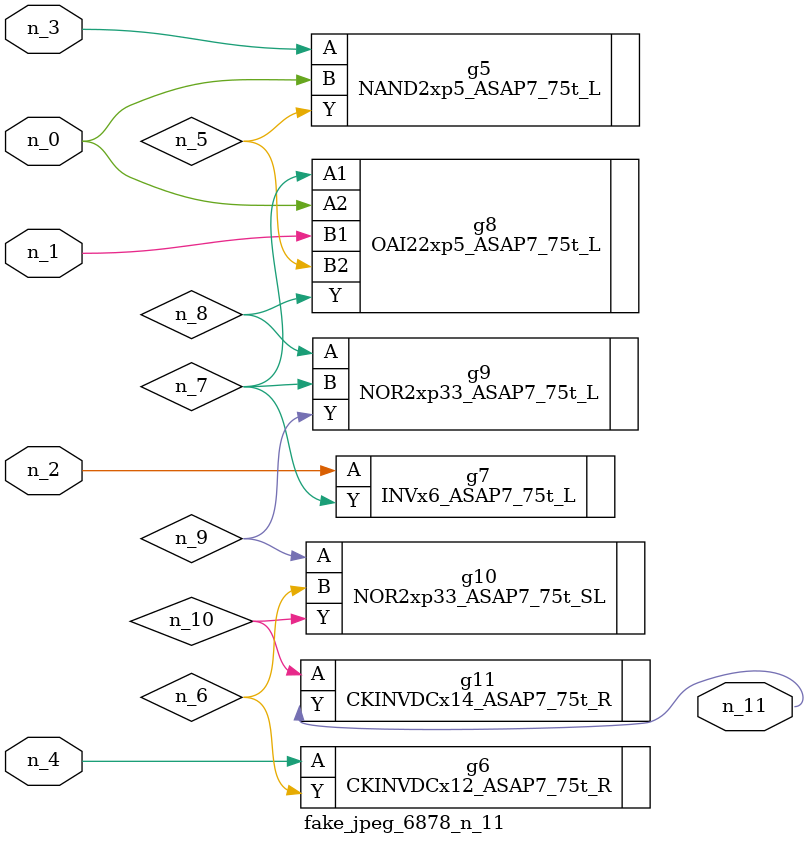
<source format=v>
module fake_jpeg_6878_n_11 (n_3, n_2, n_1, n_0, n_4, n_11);

input n_3;
input n_2;
input n_1;
input n_0;
input n_4;

output n_11;

wire n_10;
wire n_8;
wire n_9;
wire n_6;
wire n_5;
wire n_7;

NAND2xp5_ASAP7_75t_L g5 ( 
.A(n_3),
.B(n_0),
.Y(n_5)
);

CKINVDCx12_ASAP7_75t_R g6 ( 
.A(n_4),
.Y(n_6)
);

INVx6_ASAP7_75t_L g7 ( 
.A(n_2),
.Y(n_7)
);

OAI22xp5_ASAP7_75t_L g8 ( 
.A1(n_7),
.A2(n_0),
.B1(n_1),
.B2(n_5),
.Y(n_8)
);

NOR2xp33_ASAP7_75t_L g9 ( 
.A(n_8),
.B(n_7),
.Y(n_9)
);

NOR2xp33_ASAP7_75t_SL g10 ( 
.A(n_9),
.B(n_6),
.Y(n_10)
);

CKINVDCx14_ASAP7_75t_R g11 ( 
.A(n_10),
.Y(n_11)
);


endmodule
</source>
